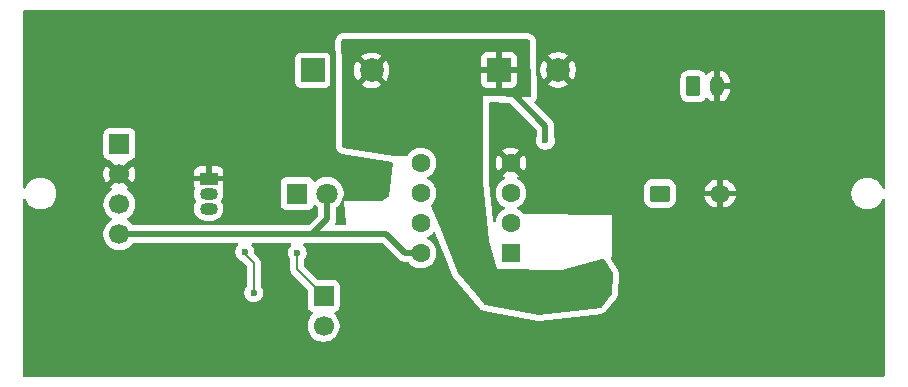
<source format=gbr>
%TF.GenerationSoftware,KiCad,Pcbnew,9.0.1*%
%TF.CreationDate,2025-10-23T13:46:40-06:00*%
%TF.ProjectId,lasertagpcb,6c617365-7274-4616-9770-63622e6b6963,rev?*%
%TF.SameCoordinates,Original*%
%TF.FileFunction,Copper,L2,Bot*%
%TF.FilePolarity,Positive*%
%FSLAX46Y46*%
G04 Gerber Fmt 4.6, Leading zero omitted, Abs format (unit mm)*
G04 Created by KiCad (PCBNEW 9.0.1) date 2025-10-23 13:46:40*
%MOMM*%
%LPD*%
G01*
G04 APERTURE LIST*
G04 Aperture macros list*
%AMRoundRect*
0 Rectangle with rounded corners*
0 $1 Rounding radius*
0 $2 $3 $4 $5 $6 $7 $8 $9 X,Y pos of 4 corners*
0 Add a 4 corners polygon primitive as box body*
4,1,4,$2,$3,$4,$5,$6,$7,$8,$9,$2,$3,0*
0 Add four circle primitives for the rounded corners*
1,1,$1+$1,$2,$3*
1,1,$1+$1,$4,$5*
1,1,$1+$1,$6,$7*
1,1,$1+$1,$8,$9*
0 Add four rect primitives between the rounded corners*
20,1,$1+$1,$2,$3,$4,$5,0*
20,1,$1+$1,$4,$5,$6,$7,0*
20,1,$1+$1,$6,$7,$8,$9,0*
20,1,$1+$1,$8,$9,$2,$3,0*%
G04 Aperture macros list end*
%TA.AperFunction,ComponentPad*%
%ADD10R,1.700000X1.700000*%
%TD*%
%TA.AperFunction,ComponentPad*%
%ADD11C,1.700000*%
%TD*%
%TA.AperFunction,ComponentPad*%
%ADD12R,2.000000X2.000000*%
%TD*%
%TA.AperFunction,ComponentPad*%
%ADD13C,2.000000*%
%TD*%
%TA.AperFunction,ComponentPad*%
%ADD14RoundRect,0.250000X-0.350000X-0.625000X0.350000X-0.625000X0.350000X0.625000X-0.350000X0.625000X0*%
%TD*%
%TA.AperFunction,ComponentPad*%
%ADD15O,1.200000X1.750000*%
%TD*%
%TA.AperFunction,ComponentPad*%
%ADD16R,1.500000X1.050000*%
%TD*%
%TA.AperFunction,ComponentPad*%
%ADD17O,1.500000X1.050000*%
%TD*%
%TA.AperFunction,ComponentPad*%
%ADD18RoundRect,0.250000X0.550000X0.550000X-0.550000X0.550000X-0.550000X-0.550000X0.550000X-0.550000X0*%
%TD*%
%TA.AperFunction,ComponentPad*%
%ADD19C,1.600000*%
%TD*%
%TA.AperFunction,ComponentPad*%
%ADD20R,1.800000X1.800000*%
%TD*%
%TA.AperFunction,ComponentPad*%
%ADD21C,1.800000*%
%TD*%
%TA.AperFunction,ComponentPad*%
%ADD22RoundRect,0.249200X-0.600800X-0.450800X0.600800X-0.450800X0.600800X0.450800X-0.600800X0.450800X0*%
%TD*%
%TA.AperFunction,ComponentPad*%
%ADD23O,1.700000X1.400000*%
%TD*%
%TA.AperFunction,ViaPad*%
%ADD24C,0.600000*%
%TD*%
%TA.AperFunction,Conductor*%
%ADD25C,0.500000*%
%TD*%
%TA.AperFunction,Conductor*%
%ADD26C,0.200000*%
%TD*%
G04 APERTURE END LIST*
D10*
%TO.P,J1,1,Pin_1*%
%TO.N,/Tx*%
X105680000Y-68820000D03*
D11*
%TO.P,J1,2,Pin_2*%
%TO.N,GND*%
X105680000Y-71360000D03*
%TO.P,J1,3,Pin_3*%
%TO.N,/Rx*%
X105680000Y-73900000D03*
%TO.P,J1,4,Pin_4*%
%TO.N,+3V3*%
X105680000Y-76440000D03*
%TD*%
D10*
%TO.P,J2,1,Pin_1*%
%TO.N,Net-(D1-K)*%
X122970000Y-81665000D03*
D11*
%TO.P,J2,2,Pin_2*%
%TO.N,Net-(J2-Pin_2)*%
X122970000Y-84205000D03*
%TD*%
D12*
%TO.P,C7,1*%
%TO.N,/a_gnd*%
X137827349Y-62530000D03*
D13*
%TO.P,C7,2*%
%TO.N,GND*%
X142827349Y-62530000D03*
%TD*%
D14*
%TO.P,J3,1,Pin_1*%
%TO.N,/sigin*%
X154280000Y-63910000D03*
D15*
%TO.P,J3,2,Pin_2*%
%TO.N,GND*%
X156280000Y-63910000D03*
%TD*%
D12*
%TO.P,C5,1*%
%TO.N,+3V3*%
X122037349Y-62570000D03*
D13*
%TO.P,C5,2*%
%TO.N,/a_gnd*%
X127037349Y-62570000D03*
%TD*%
D16*
%TO.P,Q1,1,S*%
%TO.N,GND*%
X113240000Y-71730000D03*
D17*
%TO.P,Q1,2,G*%
%TO.N,Net-(Q1-G)*%
X113240000Y-73000000D03*
%TO.P,Q1,3,D*%
%TO.N,Net-(Q1-D)*%
X113240000Y-74270000D03*
%TD*%
D18*
%TO.P,U1,1*%
%TO.N,Net-(C2-Pad2)*%
X138825000Y-78030000D03*
D19*
%TO.P,U1,2,-*%
%TO.N,Net-(U1A--)*%
X138825000Y-75490000D03*
%TO.P,U1,3,+*%
%TO.N,Net-(U1A-+)*%
X138825000Y-72950000D03*
%TO.P,U1,4,V-*%
%TO.N,GND*%
X138825000Y-70410000D03*
%TO.P,U1,5,+*%
%TO.N,Net-(U1B-+)*%
X131205000Y-70410000D03*
%TO.P,U1,6,-*%
%TO.N,Net-(U1B--)*%
X131205000Y-72950000D03*
%TO.P,U1,7*%
%TO.N,/Rx*%
X131205000Y-75490000D03*
%TO.P,U1,8,V+*%
%TO.N,+3V3*%
X131205000Y-78030000D03*
%TD*%
D20*
%TO.P,D1,1,K*%
%TO.N,Net-(D1-K)*%
X120730000Y-73000000D03*
D21*
%TO.P,D1,2,A*%
%TO.N,+3V3*%
X123270000Y-73000000D03*
%TD*%
D22*
%TO.P,D2,1,K*%
%TO.N,/sigin*%
X151460000Y-73000000D03*
D23*
%TO.P,D2,2,A*%
%TO.N,GND*%
X156540000Y-73000000D03*
%TD*%
D24*
%TO.N,GND*%
X115940000Y-66760000D03*
X113650000Y-64150000D03*
X149110000Y-63610000D03*
X114610000Y-75300000D03*
%TO.N,Net-(D1-K)*%
X120730000Y-78000000D03*
%TO.N,GND*%
X126930000Y-81490000D03*
X145340000Y-69910000D03*
X120680000Y-69890000D03*
X142240000Y-87900000D03*
X133030000Y-79950000D03*
X161250000Y-58030000D03*
X98171421Y-87900000D03*
X98171421Y-58030000D03*
X169800000Y-80670000D03*
X127250000Y-70940000D03*
X115500000Y-87900000D03*
X137460000Y-68770000D03*
X141850000Y-84140000D03*
X113430000Y-80540000D03*
X108900000Y-64110000D03*
X109490000Y-70490000D03*
X137440000Y-71580000D03*
X114680000Y-77790000D03*
X141320000Y-58030000D03*
X119400000Y-77880000D03*
X125170000Y-87900000D03*
X142780000Y-60730000D03*
X144920000Y-74280000D03*
X110110000Y-74910000D03*
X159540000Y-82810000D03*
X156290000Y-65990000D03*
X98171421Y-65440000D03*
X162170000Y-87900000D03*
X169800000Y-87900000D03*
X117730000Y-77880000D03*
X124250000Y-58030000D03*
X131260000Y-84160000D03*
X98171421Y-80340000D03*
X137510000Y-74250000D03*
X113410000Y-83150000D03*
X111590000Y-77820000D03*
X152500000Y-87900000D03*
X165020000Y-61650000D03*
X148280000Y-82650000D03*
X151580000Y-58030000D03*
X148110000Y-74370000D03*
X122420000Y-77770000D03*
X146760000Y-71670000D03*
X164310000Y-77550000D03*
X148250000Y-68160000D03*
X118190000Y-73060000D03*
X140300000Y-69090000D03*
X111500000Y-66180000D03*
X154530000Y-80630000D03*
X122670000Y-60490000D03*
X102900000Y-83340000D03*
X161110000Y-72990000D03*
X113290000Y-69930000D03*
X115640000Y-71810000D03*
X140280000Y-74130000D03*
X133430000Y-87900000D03*
X107800000Y-72720000D03*
X169800000Y-58030000D03*
X104320000Y-58030000D03*
X140190000Y-71540000D03*
X125490000Y-71620000D03*
X101920000Y-61580000D03*
X137440000Y-65830000D03*
X164480000Y-67352122D03*
X114580000Y-58030000D03*
X122210000Y-65130000D03*
X148120000Y-78710000D03*
X169800000Y-65770000D03*
X159340000Y-63830000D03*
X139590000Y-67140000D03*
X105240000Y-87900000D03*
X142600000Y-74270000D03*
X119120000Y-81710000D03*
X109220000Y-83060000D03*
X127180000Y-72890000D03*
X136630000Y-83550000D03*
X102710000Y-74440000D03*
X103460000Y-70300000D03*
X145040000Y-71600000D03*
X128800000Y-78700000D03*
X142760000Y-64950000D03*
X156510000Y-75060000D03*
X131750000Y-58220000D03*
%TO.N,Net-(Q1-D)*%
X116300000Y-77940000D03*
X117050000Y-81400000D03*
%TO.N,/a_gnd*%
X133360000Y-64120000D03*
X141750000Y-68500000D03*
X145040000Y-81840000D03*
X129120000Y-68270000D03*
X133380000Y-63390000D03*
X127420000Y-67650000D03*
X146530000Y-79580000D03*
%TD*%
D25*
%TO.N,+3V3*%
X121890000Y-76440000D02*
X121990000Y-76440000D01*
X121990000Y-76440000D02*
X123270000Y-75160000D01*
X123270000Y-75160000D02*
X123270000Y-73000000D01*
%TO.N,/a_gnd*%
X138390000Y-64420000D02*
X138890000Y-64420000D01*
X138890000Y-64420000D02*
X141750000Y-67280000D01*
X141750000Y-67280000D02*
X141750000Y-68500000D01*
D26*
%TO.N,Net-(D1-K)*%
X122970000Y-81665000D02*
X120730000Y-79425000D01*
X120730000Y-79425000D02*
X120730000Y-78000000D01*
D25*
%TO.N,+3V3*%
X129880000Y-78030000D02*
X131205000Y-78030000D01*
X121890000Y-76440000D02*
X128290000Y-76440000D01*
X105680000Y-76440000D02*
X121890000Y-76440000D01*
X128290000Y-76440000D02*
X129880000Y-78030000D01*
D26*
%TO.N,Net-(Q1-D)*%
X117050000Y-78890000D02*
X117060000Y-78880000D01*
X117050000Y-81400000D02*
X117050000Y-78890000D01*
X116300000Y-78120000D02*
X116300000Y-77940000D01*
X117060000Y-78880000D02*
X116300000Y-78120000D01*
%TD*%
%TA.AperFunction,Conductor*%
%TO.N,GND*%
G36*
X170442539Y-57520185D02*
G01*
X170488294Y-57572989D01*
X170499500Y-57624500D01*
X170499500Y-72461773D01*
X170479815Y-72528812D01*
X170427011Y-72574567D01*
X170357853Y-72584511D01*
X170294297Y-72555486D01*
X170257570Y-72500094D01*
X170251557Y-72481588D01*
X170155051Y-72292184D01*
X170155049Y-72292181D01*
X170155048Y-72292179D01*
X170030109Y-72120213D01*
X169879786Y-71969890D01*
X169707820Y-71844951D01*
X169518414Y-71748444D01*
X169518413Y-71748443D01*
X169518412Y-71748443D01*
X169316243Y-71682754D01*
X169316241Y-71682753D01*
X169316240Y-71682753D01*
X169148601Y-71656202D01*
X169106287Y-71649500D01*
X168893713Y-71649500D01*
X168851399Y-71656202D01*
X168683760Y-71682753D01*
X168481585Y-71748444D01*
X168292179Y-71844951D01*
X168120213Y-71969890D01*
X167969890Y-72120213D01*
X167844951Y-72292179D01*
X167748444Y-72481585D01*
X167682753Y-72683760D01*
X167649500Y-72893713D01*
X167649500Y-73106286D01*
X167680408Y-73301436D01*
X167682754Y-73316243D01*
X167739462Y-73490772D01*
X167748444Y-73518414D01*
X167844951Y-73707820D01*
X167969890Y-73879786D01*
X168120213Y-74030109D01*
X168292179Y-74155048D01*
X168292181Y-74155049D01*
X168292184Y-74155051D01*
X168481588Y-74251557D01*
X168683757Y-74317246D01*
X168893713Y-74350500D01*
X168893714Y-74350500D01*
X169106286Y-74350500D01*
X169106287Y-74350500D01*
X169316243Y-74317246D01*
X169518412Y-74251557D01*
X169707816Y-74155051D01*
X169766954Y-74112085D01*
X169879786Y-74030109D01*
X169879788Y-74030106D01*
X169879792Y-74030104D01*
X170030104Y-73879792D01*
X170030106Y-73879788D01*
X170030109Y-73879786D01*
X170149135Y-73715959D01*
X170155051Y-73707816D01*
X170251557Y-73518412D01*
X170257569Y-73499907D01*
X170297006Y-73442232D01*
X170361365Y-73415034D01*
X170430211Y-73426949D01*
X170481687Y-73474193D01*
X170499500Y-73538226D01*
X170499500Y-88375500D01*
X170479815Y-88442539D01*
X170427011Y-88488294D01*
X170375500Y-88499500D01*
X97624500Y-88499500D01*
X97557461Y-88479815D01*
X97511706Y-88427011D01*
X97500500Y-88375500D01*
X97500500Y-73538226D01*
X97520185Y-73471187D01*
X97572989Y-73425432D01*
X97642147Y-73415488D01*
X97705703Y-73444513D01*
X97742431Y-73499908D01*
X97748444Y-73518414D01*
X97844951Y-73707820D01*
X97969890Y-73879786D01*
X98120213Y-74030109D01*
X98292179Y-74155048D01*
X98292181Y-74155049D01*
X98292184Y-74155051D01*
X98481588Y-74251557D01*
X98683757Y-74317246D01*
X98893713Y-74350500D01*
X98893714Y-74350500D01*
X99106286Y-74350500D01*
X99106287Y-74350500D01*
X99316243Y-74317246D01*
X99518412Y-74251557D01*
X99707816Y-74155051D01*
X99766954Y-74112085D01*
X99879786Y-74030109D01*
X99879788Y-74030106D01*
X99879792Y-74030104D01*
X100030104Y-73879792D01*
X100136011Y-73734023D01*
X100149135Y-73715959D01*
X100149136Y-73715958D01*
X100150724Y-73713771D01*
X100155051Y-73707816D01*
X100251557Y-73518412D01*
X100317246Y-73316243D01*
X100350500Y-73106287D01*
X100350500Y-72893713D01*
X100317246Y-72683757D01*
X100251557Y-72481588D01*
X100155051Y-72292184D01*
X100155049Y-72292181D01*
X100155048Y-72292179D01*
X100030109Y-72120213D01*
X99879786Y-71969890D01*
X99707820Y-71844951D01*
X99518414Y-71748444D01*
X99518413Y-71748443D01*
X99518412Y-71748443D01*
X99316243Y-71682754D01*
X99316241Y-71682753D01*
X99316240Y-71682753D01*
X99148601Y-71656202D01*
X99106287Y-71649500D01*
X98893713Y-71649500D01*
X98851399Y-71656202D01*
X98683760Y-71682753D01*
X98481585Y-71748444D01*
X98292179Y-71844951D01*
X98120213Y-71969890D01*
X97969890Y-72120213D01*
X97844951Y-72292179D01*
X97748445Y-72481582D01*
X97748443Y-72481587D01*
X97748443Y-72481588D01*
X97742429Y-72500094D01*
X97702992Y-72557768D01*
X97638633Y-72584965D01*
X97569787Y-72573050D01*
X97518312Y-72525805D01*
X97500500Y-72461773D01*
X97500500Y-67922135D01*
X104329500Y-67922135D01*
X104329500Y-69717870D01*
X104329501Y-69717876D01*
X104335908Y-69777483D01*
X104386202Y-69912328D01*
X104386206Y-69912335D01*
X104472452Y-70027544D01*
X104472455Y-70027547D01*
X104587664Y-70113793D01*
X104587671Y-70113797D01*
X104632618Y-70130561D01*
X104722517Y-70164091D01*
X104782127Y-70170500D01*
X104792685Y-70170499D01*
X104859723Y-70190179D01*
X104880372Y-70206818D01*
X105550591Y-70877037D01*
X105487007Y-70894075D01*
X105372993Y-70959901D01*
X105279901Y-71052993D01*
X105214075Y-71167007D01*
X105197037Y-71230591D01*
X104564728Y-70598282D01*
X104564727Y-70598282D01*
X104525380Y-70652439D01*
X104428904Y-70841782D01*
X104363242Y-71043869D01*
X104363242Y-71043872D01*
X104330000Y-71253753D01*
X104330000Y-71466246D01*
X104363242Y-71676127D01*
X104363242Y-71676130D01*
X104428904Y-71878217D01*
X104525375Y-72067550D01*
X104564728Y-72121716D01*
X105197037Y-71489408D01*
X105214075Y-71552993D01*
X105279901Y-71667007D01*
X105372993Y-71760099D01*
X105487007Y-71825925D01*
X105550590Y-71842962D01*
X104918282Y-72475269D01*
X104918282Y-72475270D01*
X104972452Y-72514626D01*
X104972451Y-72514626D01*
X104981495Y-72519234D01*
X105032292Y-72567208D01*
X105049087Y-72635029D01*
X105026550Y-72701164D01*
X104981499Y-72740202D01*
X104972182Y-72744949D01*
X104800213Y-72869890D01*
X104649890Y-73020213D01*
X104524951Y-73192179D01*
X104428444Y-73381585D01*
X104362753Y-73583760D01*
X104343104Y-73707820D01*
X104329500Y-73793713D01*
X104329500Y-74006287D01*
X104330803Y-74014514D01*
X104361850Y-74210540D01*
X104362754Y-74216243D01*
X104422622Y-74400498D01*
X104428444Y-74418414D01*
X104524951Y-74607820D01*
X104649890Y-74779786D01*
X104800213Y-74930109D01*
X104972182Y-75055050D01*
X104980946Y-75059516D01*
X105031742Y-75107491D01*
X105048536Y-75175312D01*
X105025998Y-75241447D01*
X104980946Y-75280484D01*
X104972182Y-75284949D01*
X104800213Y-75409890D01*
X104649890Y-75560213D01*
X104524951Y-75732179D01*
X104428444Y-75921585D01*
X104362753Y-76123760D01*
X104329500Y-76333713D01*
X104329500Y-76546286D01*
X104360181Y-76740001D01*
X104362754Y-76756243D01*
X104411315Y-76905699D01*
X104428444Y-76958414D01*
X104524951Y-77147820D01*
X104649890Y-77319786D01*
X104800213Y-77470109D01*
X104972179Y-77595048D01*
X104972181Y-77595049D01*
X104972184Y-77595051D01*
X105161588Y-77691557D01*
X105363757Y-77757246D01*
X105573713Y-77790500D01*
X105573714Y-77790500D01*
X105786286Y-77790500D01*
X105786287Y-77790500D01*
X105996243Y-77757246D01*
X106198412Y-77691557D01*
X106387816Y-77595051D01*
X106476284Y-77530776D01*
X106559786Y-77470109D01*
X106559788Y-77470106D01*
X106559792Y-77470104D01*
X106710104Y-77319792D01*
X106731309Y-77290606D01*
X106766903Y-77241615D01*
X106822233Y-77198949D01*
X106867221Y-77190500D01*
X115618059Y-77190500D01*
X115685098Y-77210185D01*
X115730853Y-77262989D01*
X115740797Y-77332147D01*
X115711772Y-77395703D01*
X115705740Y-77402181D01*
X115678213Y-77429707D01*
X115678210Y-77429711D01*
X115590609Y-77560814D01*
X115590602Y-77560827D01*
X115530264Y-77706498D01*
X115530261Y-77706510D01*
X115499500Y-77861153D01*
X115499500Y-78018846D01*
X115530261Y-78173489D01*
X115530264Y-78173501D01*
X115590602Y-78319172D01*
X115590609Y-78319185D01*
X115678210Y-78450288D01*
X115678213Y-78450292D01*
X115789710Y-78561789D01*
X115920815Y-78649390D01*
X115920821Y-78649394D01*
X115920823Y-78649395D01*
X115920827Y-78649397D01*
X115999328Y-78681912D01*
X116039557Y-78708792D01*
X116413181Y-79082416D01*
X116446666Y-79143739D01*
X116449500Y-79170097D01*
X116449500Y-80820234D01*
X116429815Y-80887273D01*
X116428602Y-80889125D01*
X116340609Y-81020814D01*
X116340602Y-81020827D01*
X116280264Y-81166498D01*
X116280261Y-81166510D01*
X116249500Y-81321153D01*
X116249500Y-81478846D01*
X116280261Y-81633489D01*
X116280264Y-81633501D01*
X116340602Y-81779172D01*
X116340609Y-81779185D01*
X116428210Y-81910288D01*
X116428213Y-81910292D01*
X116539707Y-82021786D01*
X116539711Y-82021789D01*
X116670814Y-82109390D01*
X116670827Y-82109397D01*
X116816498Y-82169735D01*
X116816503Y-82169737D01*
X116971153Y-82200499D01*
X116971156Y-82200500D01*
X116971158Y-82200500D01*
X117128844Y-82200500D01*
X117128845Y-82200499D01*
X117283497Y-82169737D01*
X117429179Y-82109394D01*
X117560289Y-82021789D01*
X117671789Y-81910289D01*
X117759394Y-81779179D01*
X117819737Y-81633497D01*
X117850500Y-81478842D01*
X117850500Y-81321158D01*
X117850500Y-81321155D01*
X117850499Y-81321153D01*
X117819738Y-81166510D01*
X117819737Y-81166503D01*
X117819735Y-81166498D01*
X117759397Y-81020827D01*
X117759390Y-81020814D01*
X117671398Y-80889125D01*
X117650520Y-80822447D01*
X117650500Y-80820234D01*
X117650500Y-79012702D01*
X117650533Y-79009843D01*
X117650875Y-78994974D01*
X117660500Y-78959057D01*
X117660500Y-78800943D01*
X117660381Y-78800500D01*
X117619577Y-78648215D01*
X117540519Y-78511284D01*
X117136819Y-78107584D01*
X117103334Y-78046261D01*
X117100500Y-78019903D01*
X117100500Y-77861155D01*
X117100499Y-77861153D01*
X117073509Y-77725466D01*
X117069737Y-77706503D01*
X117034244Y-77620814D01*
X117009397Y-77560827D01*
X117009390Y-77560814D01*
X116921789Y-77429711D01*
X116921786Y-77429707D01*
X116894260Y-77402181D01*
X116860775Y-77340858D01*
X116865759Y-77271166D01*
X116907631Y-77215233D01*
X116973095Y-77190816D01*
X116981941Y-77190500D01*
X120108059Y-77190500D01*
X120175098Y-77210185D01*
X120220853Y-77262989D01*
X120230797Y-77332147D01*
X120201772Y-77395703D01*
X120195740Y-77402181D01*
X120108213Y-77489707D01*
X120108210Y-77489711D01*
X120020609Y-77620814D01*
X120020602Y-77620827D01*
X119960264Y-77766498D01*
X119960261Y-77766510D01*
X119929500Y-77921153D01*
X119929500Y-78078846D01*
X119960261Y-78233489D01*
X119960264Y-78233501D01*
X120020602Y-78379172D01*
X120020609Y-78379185D01*
X120108602Y-78510874D01*
X120129480Y-78577551D01*
X120129500Y-78579765D01*
X120129500Y-79338330D01*
X120129499Y-79338348D01*
X120129499Y-79504054D01*
X120129498Y-79504054D01*
X120170423Y-79656785D01*
X120171598Y-79658819D01*
X120171605Y-79658846D01*
X120171611Y-79658843D01*
X120249475Y-79793709D01*
X120249481Y-79793717D01*
X120368349Y-79912585D01*
X120368355Y-79912590D01*
X121583181Y-81127416D01*
X121616666Y-81188739D01*
X121619500Y-81215097D01*
X121619500Y-82562870D01*
X121619501Y-82562876D01*
X121625908Y-82622483D01*
X121676202Y-82757328D01*
X121676206Y-82757335D01*
X121762452Y-82872544D01*
X121762455Y-82872547D01*
X121877664Y-82958793D01*
X121877671Y-82958797D01*
X122009082Y-83007810D01*
X122065016Y-83049681D01*
X122089433Y-83115145D01*
X122074582Y-83183418D01*
X122053431Y-83211673D01*
X121939889Y-83325215D01*
X121814951Y-83497179D01*
X121718444Y-83686585D01*
X121652753Y-83888760D01*
X121619500Y-84098713D01*
X121619500Y-84311286D01*
X121652753Y-84521239D01*
X121718444Y-84723414D01*
X121814951Y-84912820D01*
X121939890Y-85084786D01*
X122090213Y-85235109D01*
X122262179Y-85360048D01*
X122262181Y-85360049D01*
X122262184Y-85360051D01*
X122451588Y-85456557D01*
X122653757Y-85522246D01*
X122863713Y-85555500D01*
X122863714Y-85555500D01*
X123076286Y-85555500D01*
X123076287Y-85555500D01*
X123286243Y-85522246D01*
X123488412Y-85456557D01*
X123677816Y-85360051D01*
X123699789Y-85344086D01*
X123849786Y-85235109D01*
X123849788Y-85235106D01*
X123849792Y-85235104D01*
X124000104Y-85084792D01*
X124000106Y-85084788D01*
X124000109Y-85084786D01*
X124125048Y-84912820D01*
X124125047Y-84912820D01*
X124125051Y-84912816D01*
X124221557Y-84723412D01*
X124287246Y-84521243D01*
X124320500Y-84311287D01*
X124320500Y-84098713D01*
X124287246Y-83888757D01*
X124221557Y-83686588D01*
X124125051Y-83497184D01*
X124125049Y-83497181D01*
X124125048Y-83497179D01*
X124000109Y-83325213D01*
X123886569Y-83211673D01*
X123853084Y-83150350D01*
X123858068Y-83080658D01*
X123899940Y-83024725D01*
X123930915Y-83007810D01*
X124062331Y-82958796D01*
X124177546Y-82872546D01*
X124263796Y-82757331D01*
X124314091Y-82622483D01*
X124320500Y-82562873D01*
X124320499Y-80767128D01*
X124314091Y-80707517D01*
X124263796Y-80572669D01*
X124263795Y-80572668D01*
X124263793Y-80572664D01*
X124177547Y-80457455D01*
X124177544Y-80457452D01*
X124062335Y-80371206D01*
X124062328Y-80371202D01*
X123927482Y-80320908D01*
X123927483Y-80320908D01*
X123867883Y-80314501D01*
X123867881Y-80314500D01*
X123867873Y-80314500D01*
X123867865Y-80314500D01*
X122520097Y-80314500D01*
X122453058Y-80294815D01*
X122432416Y-80278181D01*
X121366819Y-79212584D01*
X121333334Y-79151261D01*
X121330500Y-79124903D01*
X121330500Y-78579765D01*
X121350185Y-78512726D01*
X121351398Y-78510874D01*
X121439390Y-78379185D01*
X121439390Y-78379184D01*
X121439394Y-78379179D01*
X121499737Y-78233497D01*
X121530500Y-78078842D01*
X121530500Y-77921158D01*
X121530500Y-77921155D01*
X121530499Y-77921153D01*
X121518565Y-77861158D01*
X121499737Y-77766503D01*
X121482739Y-77725465D01*
X121439397Y-77620827D01*
X121439390Y-77620814D01*
X121351789Y-77489711D01*
X121351786Y-77489707D01*
X121264260Y-77402181D01*
X121230775Y-77340858D01*
X121235759Y-77271166D01*
X121277631Y-77215233D01*
X121343095Y-77190816D01*
X121351941Y-77190500D01*
X121816082Y-77190500D01*
X121916083Y-77190500D01*
X122063917Y-77190500D01*
X127927770Y-77190500D01*
X127994809Y-77210185D01*
X128015451Y-77226819D01*
X129401579Y-78612947D01*
X129401582Y-78612949D01*
X129401585Y-78612952D01*
X129427113Y-78630009D01*
X129427114Y-78630010D01*
X129524508Y-78695086D01*
X129574665Y-78715861D01*
X129581080Y-78718518D01*
X129661088Y-78751659D01*
X129777241Y-78774763D01*
X129800380Y-78779365D01*
X129806081Y-78780500D01*
X129806082Y-78780500D01*
X129806083Y-78780500D01*
X129953918Y-78780500D01*
X130079582Y-78780500D01*
X130146621Y-78800185D01*
X130179900Y-78831615D01*
X130213028Y-78877212D01*
X130213032Y-78877217D01*
X130357786Y-79021971D01*
X130490973Y-79118735D01*
X130523390Y-79142287D01*
X130639607Y-79201503D01*
X130705776Y-79235218D01*
X130705778Y-79235218D01*
X130705781Y-79235220D01*
X130810137Y-79269127D01*
X130900465Y-79298477D01*
X131001557Y-79314488D01*
X131102648Y-79330500D01*
X131102649Y-79330500D01*
X131307351Y-79330500D01*
X131307352Y-79330500D01*
X131509534Y-79298477D01*
X131704219Y-79235220D01*
X131886610Y-79142287D01*
X131979590Y-79074732D01*
X132052213Y-79021971D01*
X132052215Y-79021968D01*
X132052219Y-79021966D01*
X132196966Y-78877219D01*
X132196968Y-78877215D01*
X132196971Y-78877213D01*
X132271404Y-78774763D01*
X132317287Y-78711610D01*
X132410220Y-78529219D01*
X132473477Y-78334534D01*
X132505500Y-78132352D01*
X132505500Y-77927648D01*
X132473477Y-77725466D01*
X132410220Y-77530781D01*
X132410218Y-77530778D01*
X132410218Y-77530776D01*
X132358720Y-77429707D01*
X132317287Y-77348390D01*
X132275305Y-77290606D01*
X132196971Y-77182786D01*
X132052213Y-77038028D01*
X131886614Y-76917715D01*
X131863031Y-76905699D01*
X131793917Y-76870483D01*
X131743123Y-76822511D01*
X131726328Y-76754690D01*
X131748865Y-76688555D01*
X131793917Y-76649516D01*
X131886610Y-76602287D01*
X131963688Y-76546287D01*
X132052213Y-76481971D01*
X132052215Y-76481968D01*
X132052219Y-76481966D01*
X132196966Y-76337219D01*
X132217270Y-76309271D01*
X132272597Y-76266605D01*
X132342210Y-76260623D01*
X132404007Y-76293226D01*
X132432618Y-76335844D01*
X133255262Y-78379185D01*
X133863853Y-79890847D01*
X133898545Y-79960851D01*
X133898548Y-79960856D01*
X133898551Y-79960862D01*
X133918106Y-79993674D01*
X133963177Y-80057504D01*
X133963183Y-80057512D01*
X136152517Y-82698457D01*
X136171887Y-82720488D01*
X136171906Y-82720508D01*
X136181729Y-82731046D01*
X136202372Y-82751940D01*
X136202375Y-82751942D01*
X136202376Y-82751943D01*
X136319503Y-82835488D01*
X136319505Y-82835489D01*
X136319508Y-82835491D01*
X136381585Y-82867556D01*
X136381587Y-82867557D01*
X136517517Y-82914723D01*
X141104561Y-83802538D01*
X141183790Y-83811468D01*
X141183800Y-83811468D01*
X141183807Y-83811469D01*
X141222749Y-83812766D01*
X141222753Y-83812765D01*
X141222762Y-83812766D01*
X141302406Y-83809128D01*
X146503017Y-83157818D01*
X146552287Y-83149152D01*
X146576188Y-83143717D01*
X146624355Y-83130227D01*
X146752933Y-83065658D01*
X146752935Y-83065656D01*
X146752938Y-83065655D01*
X146775881Y-83049681D01*
X146810274Y-83025736D01*
X146915452Y-82927560D01*
X147719472Y-81927209D01*
X147725835Y-81919124D01*
X147728915Y-81915128D01*
X147735107Y-81906924D01*
X147803268Y-81780213D01*
X147824871Y-81721162D01*
X147825447Y-81719829D01*
X147827274Y-81714597D01*
X147827275Y-81714595D01*
X147856976Y-81573814D01*
X147971769Y-79813660D01*
X147972574Y-79797193D01*
X147972837Y-79789106D01*
X147973104Y-79772604D01*
X147952608Y-79630192D01*
X147932914Y-79563155D01*
X147932913Y-79563152D01*
X147932911Y-79563147D01*
X147873126Y-79432285D01*
X147873125Y-79432283D01*
X147593896Y-78997927D01*
X147293762Y-78531052D01*
X147274069Y-78464017D01*
X147293744Y-78396975D01*
X147316437Y-78377305D01*
X147313972Y-78374749D01*
X147349999Y-78340000D01*
X147350000Y-78340000D01*
X147410000Y-76680000D01*
X147404459Y-75638385D01*
X147400000Y-74799999D01*
X139950784Y-74741344D01*
X139883901Y-74721132D01*
X139851441Y-74690232D01*
X139816969Y-74642784D01*
X139672213Y-74498028D01*
X139506614Y-74377715D01*
X139493441Y-74371003D01*
X139413917Y-74330483D01*
X139363123Y-74282511D01*
X139346328Y-74214690D01*
X139368865Y-74148555D01*
X139413917Y-74109516D01*
X139506610Y-74062287D01*
X139550900Y-74030109D01*
X139672213Y-73941971D01*
X139672215Y-73941968D01*
X139672219Y-73941966D01*
X139816966Y-73797219D01*
X139816968Y-73797215D01*
X139816971Y-73797213D01*
X139876005Y-73715958D01*
X139937287Y-73631610D01*
X140030220Y-73449219D01*
X140093477Y-73254534D01*
X140125500Y-73052352D01*
X140125500Y-72847648D01*
X140093477Y-72645466D01*
X140093476Y-72645462D01*
X140093476Y-72645461D01*
X140057391Y-72534403D01*
X140045964Y-72499234D01*
X150109500Y-72499234D01*
X150109500Y-73500765D01*
X150119990Y-73603435D01*
X150175114Y-73769791D01*
X150175119Y-73769802D01*
X150267117Y-73918952D01*
X150267120Y-73918956D01*
X150391043Y-74042879D01*
X150391047Y-74042882D01*
X150540197Y-74134880D01*
X150540200Y-74134881D01*
X150540206Y-74134885D01*
X150706565Y-74190010D01*
X150809242Y-74200500D01*
X150809247Y-74200500D01*
X152110753Y-74200500D01*
X152110758Y-74200500D01*
X152213435Y-74190010D01*
X152379794Y-74134885D01*
X152528956Y-74042880D01*
X152652880Y-73918956D01*
X152744885Y-73769794D01*
X152800010Y-73603435D01*
X152810500Y-73500758D01*
X152810500Y-73250000D01*
X155214638Y-73250000D01*
X155219548Y-73281002D01*
X155277914Y-73460637D01*
X155363670Y-73628940D01*
X155474685Y-73781741D01*
X155474689Y-73781746D01*
X155608253Y-73915310D01*
X155608258Y-73915314D01*
X155761059Y-74026329D01*
X155929362Y-74112085D01*
X156108996Y-74170451D01*
X156290000Y-74199119D01*
X156290000Y-74199118D01*
X156790000Y-74199118D01*
X156971001Y-74170451D01*
X156971004Y-74170451D01*
X157150637Y-74112085D01*
X157318940Y-74026329D01*
X157471741Y-73915314D01*
X157471746Y-73915310D01*
X157605310Y-73781746D01*
X157605314Y-73781741D01*
X157716329Y-73628940D01*
X157802085Y-73460637D01*
X157860451Y-73281002D01*
X157865362Y-73250000D01*
X156790000Y-73250000D01*
X156790000Y-74199118D01*
X156290000Y-74199118D01*
X156290000Y-73250000D01*
X155214638Y-73250000D01*
X152810500Y-73250000D01*
X152810500Y-72953922D01*
X156190000Y-72953922D01*
X156190000Y-73046078D01*
X156213852Y-73135095D01*
X156259930Y-73214905D01*
X156325095Y-73280070D01*
X156404905Y-73326148D01*
X156493922Y-73350000D01*
X156586078Y-73350000D01*
X156675095Y-73326148D01*
X156754905Y-73280070D01*
X156820070Y-73214905D01*
X156866148Y-73135095D01*
X156890000Y-73046078D01*
X156890000Y-72953922D01*
X156866148Y-72864905D01*
X156820070Y-72785095D01*
X156784975Y-72750000D01*
X156790000Y-72750000D01*
X157865362Y-72750000D01*
X157860451Y-72718997D01*
X157802085Y-72539362D01*
X157716329Y-72371059D01*
X157605314Y-72218258D01*
X157605310Y-72218253D01*
X157471746Y-72084689D01*
X157471741Y-72084685D01*
X157318940Y-71973670D01*
X157150637Y-71887914D01*
X156971003Y-71829548D01*
X156790000Y-71800879D01*
X156790000Y-72750000D01*
X156784975Y-72750000D01*
X156754905Y-72719930D01*
X156675095Y-72673852D01*
X156586078Y-72650000D01*
X156493922Y-72650000D01*
X156404905Y-72673852D01*
X156325095Y-72719930D01*
X156259930Y-72785095D01*
X156213852Y-72864905D01*
X156190000Y-72953922D01*
X152810500Y-72953922D01*
X152810500Y-72750000D01*
X155214638Y-72750000D01*
X156290000Y-72750000D01*
X156290000Y-71800879D01*
X156108997Y-71829548D01*
X156108994Y-71829548D01*
X155929362Y-71887914D01*
X155761059Y-71973670D01*
X155608258Y-72084685D01*
X155608253Y-72084689D01*
X155474689Y-72218253D01*
X155474685Y-72218258D01*
X155363670Y-72371059D01*
X155277914Y-72539362D01*
X155219548Y-72718997D01*
X155214638Y-72750000D01*
X152810500Y-72750000D01*
X152810500Y-72499242D01*
X152800010Y-72396565D01*
X152744885Y-72230206D01*
X152744881Y-72230200D01*
X152744880Y-72230197D01*
X152652882Y-72081047D01*
X152652879Y-72081043D01*
X152528956Y-71957120D01*
X152528952Y-71957117D01*
X152379802Y-71865119D01*
X152379796Y-71865116D01*
X152379794Y-71865115D01*
X152213435Y-71809990D01*
X152110765Y-71799500D01*
X152110758Y-71799500D01*
X150809242Y-71799500D01*
X150809234Y-71799500D01*
X150706564Y-71809990D01*
X150540208Y-71865114D01*
X150540197Y-71865119D01*
X150391047Y-71957117D01*
X150391043Y-71957120D01*
X150267120Y-72081043D01*
X150267117Y-72081047D01*
X150175119Y-72230197D01*
X150175114Y-72230208D01*
X150119990Y-72396564D01*
X150109500Y-72499234D01*
X140045964Y-72499234D01*
X140033993Y-72462393D01*
X140030220Y-72450781D01*
X140030218Y-72450778D01*
X140030218Y-72450776D01*
X139996503Y-72384607D01*
X139937287Y-72268390D01*
X139929556Y-72257749D01*
X139816971Y-72102786D01*
X139672213Y-71958028D01*
X139506611Y-71837713D01*
X139413369Y-71790203D01*
X139362574Y-71742229D01*
X139345779Y-71674407D01*
X139368317Y-71608273D01*
X139413371Y-71569234D01*
X139506346Y-71521861D01*
X139506347Y-71521861D01*
X139550921Y-71489474D01*
X138871447Y-70810000D01*
X138877661Y-70810000D01*
X138979394Y-70782741D01*
X139070606Y-70730080D01*
X139145080Y-70655606D01*
X139197741Y-70564394D01*
X139225000Y-70462661D01*
X139225000Y-70456447D01*
X139904474Y-71135921D01*
X139936859Y-71091349D01*
X140029755Y-70909031D01*
X140092990Y-70714417D01*
X140125000Y-70512317D01*
X140125000Y-70307682D01*
X140092990Y-70105582D01*
X140029755Y-69910968D01*
X139936859Y-69728650D01*
X139904474Y-69684077D01*
X139904474Y-69684076D01*
X139225000Y-70363551D01*
X139225000Y-70357339D01*
X139197741Y-70255606D01*
X139145080Y-70164394D01*
X139070606Y-70089920D01*
X138979394Y-70037259D01*
X138877661Y-70010000D01*
X138871446Y-70010000D01*
X139550922Y-69330524D01*
X139550921Y-69330523D01*
X139506359Y-69298147D01*
X139506350Y-69298141D01*
X139324031Y-69205244D01*
X139129417Y-69142009D01*
X138927317Y-69110000D01*
X138722683Y-69110000D01*
X138520582Y-69142009D01*
X138325968Y-69205244D01*
X138143644Y-69298143D01*
X138099077Y-69330523D01*
X138099077Y-69330524D01*
X138778554Y-70010000D01*
X138772339Y-70010000D01*
X138670606Y-70037259D01*
X138579394Y-70089920D01*
X138504920Y-70164394D01*
X138452259Y-70255606D01*
X138425000Y-70357339D01*
X138425000Y-70363553D01*
X137745524Y-69684077D01*
X137745523Y-69684077D01*
X137713143Y-69728644D01*
X137620244Y-69910968D01*
X137557009Y-70105582D01*
X137525000Y-70307682D01*
X137525000Y-70512317D01*
X137557009Y-70714417D01*
X137620244Y-70909031D01*
X137713141Y-71091350D01*
X137713147Y-71091359D01*
X137745523Y-71135921D01*
X137745524Y-71135922D01*
X138425000Y-70456446D01*
X138425000Y-70462661D01*
X138452259Y-70564394D01*
X138504920Y-70655606D01*
X138579394Y-70730080D01*
X138670606Y-70782741D01*
X138772339Y-70810000D01*
X138778553Y-70810000D01*
X138099076Y-71489474D01*
X138143652Y-71521861D01*
X138236628Y-71569234D01*
X138287425Y-71617208D01*
X138304220Y-71685029D01*
X138281683Y-71751164D01*
X138236630Y-71790203D01*
X138143388Y-71837713D01*
X137977786Y-71958028D01*
X137833028Y-72102786D01*
X137712715Y-72268386D01*
X137619781Y-72450776D01*
X137556522Y-72645465D01*
X137524500Y-72847648D01*
X137524500Y-73052351D01*
X137556522Y-73254534D01*
X137619781Y-73449223D01*
X137683691Y-73574653D01*
X137701978Y-73610542D01*
X137712715Y-73631613D01*
X137833028Y-73797213D01*
X137977786Y-73941971D01*
X138099100Y-74030109D01*
X138143390Y-74062287D01*
X138234840Y-74108883D01*
X138236080Y-74109515D01*
X138286876Y-74157490D01*
X138303671Y-74225311D01*
X138281134Y-74291446D01*
X138236080Y-74330485D01*
X138143386Y-74377715D01*
X137977786Y-74498028D01*
X137833028Y-74642786D01*
X137712715Y-74808386D01*
X137619781Y-74990776D01*
X137556522Y-75185465D01*
X137533914Y-75328211D01*
X137503985Y-75391346D01*
X137444673Y-75428277D01*
X137374811Y-75427279D01*
X137316578Y-75388669D01*
X137288464Y-75324705D01*
X137287998Y-75320558D01*
X137284610Y-75284949D01*
X136975974Y-72040993D01*
X136975418Y-72029594D01*
X136975375Y-72013909D01*
X136957261Y-65402334D01*
X136976762Y-65335243D01*
X137029441Y-65289343D01*
X137083688Y-65278020D01*
X138668779Y-65309100D01*
X138735418Y-65330095D01*
X138754027Y-65345395D01*
X140963181Y-67554549D01*
X140996666Y-67615872D01*
X140999500Y-67642230D01*
X140999500Y-68195396D01*
X140990062Y-68242844D01*
X140980263Y-68266503D01*
X140980262Y-68266506D01*
X140980260Y-68266511D01*
X140949500Y-68421153D01*
X140949500Y-68578846D01*
X140980261Y-68733489D01*
X140980264Y-68733501D01*
X141040602Y-68879172D01*
X141040609Y-68879185D01*
X141128210Y-69010288D01*
X141128213Y-69010292D01*
X141239707Y-69121786D01*
X141239711Y-69121789D01*
X141370814Y-69209390D01*
X141370827Y-69209397D01*
X141516498Y-69269735D01*
X141516503Y-69269737D01*
X141634268Y-69293162D01*
X141671153Y-69300499D01*
X141671156Y-69300500D01*
X141671158Y-69300500D01*
X141828844Y-69300500D01*
X141828845Y-69300499D01*
X141983497Y-69269737D01*
X142129179Y-69209394D01*
X142260289Y-69121789D01*
X142371789Y-69010289D01*
X142459394Y-68879179D01*
X142519737Y-68733497D01*
X142550500Y-68578842D01*
X142550500Y-68421158D01*
X142550500Y-68421155D01*
X142550499Y-68421153D01*
X142519739Y-68266511D01*
X142519738Y-68266508D01*
X142519737Y-68266503D01*
X142509937Y-68242844D01*
X142500500Y-68195396D01*
X142500500Y-67206079D01*
X142471659Y-67061092D01*
X142471658Y-67061091D01*
X142471658Y-67061087D01*
X142415084Y-66924505D01*
X142382186Y-66875270D01*
X142382185Y-66875268D01*
X142332956Y-66801589D01*
X142332952Y-66801584D01*
X140853859Y-65322491D01*
X140820374Y-65261168D01*
X140825358Y-65191476D01*
X140846186Y-65155540D01*
X140847820Y-65153573D01*
X140847827Y-65153568D01*
X140939803Y-65042929D01*
X140996885Y-64910857D01*
X141015195Y-64843429D01*
X141015195Y-64843427D01*
X141016054Y-64836981D01*
X141016122Y-64835888D01*
X141032755Y-64700622D01*
X141012455Y-63707934D01*
X140985952Y-62411947D01*
X141327349Y-62411947D01*
X141327349Y-62648052D01*
X141364283Y-62881247D01*
X141437246Y-63105802D01*
X141544436Y-63316174D01*
X141604687Y-63399104D01*
X141604689Y-63399105D01*
X142344386Y-62659408D01*
X142361424Y-62722993D01*
X142427250Y-62837007D01*
X142520342Y-62930099D01*
X142634356Y-62995925D01*
X142697939Y-63012962D01*
X141958242Y-63752658D01*
X142041177Y-63812914D01*
X142251546Y-63920102D01*
X142476101Y-63993065D01*
X142476100Y-63993065D01*
X142709297Y-64030000D01*
X142945401Y-64030000D01*
X143178596Y-63993065D01*
X143403151Y-63920102D01*
X143613512Y-63812918D01*
X143613518Y-63812914D01*
X143696453Y-63752658D01*
X143696454Y-63752658D01*
X142956757Y-63012962D01*
X143020342Y-62995925D01*
X143134356Y-62930099D01*
X143227448Y-62837007D01*
X143293274Y-62722993D01*
X143310311Y-62659408D01*
X144050007Y-63399105D01*
X144050007Y-63399104D01*
X144110263Y-63316169D01*
X144110267Y-63316163D01*
X144151631Y-63234983D01*
X153179500Y-63234983D01*
X153179500Y-64585001D01*
X153179501Y-64585018D01*
X153190000Y-64687796D01*
X153190001Y-64687799D01*
X153239074Y-64835888D01*
X153245186Y-64854334D01*
X153337288Y-65003656D01*
X153461344Y-65127712D01*
X153610666Y-65219814D01*
X153777203Y-65274999D01*
X153879991Y-65285500D01*
X154680008Y-65285499D01*
X154680016Y-65285498D01*
X154680019Y-65285498D01*
X154753223Y-65278020D01*
X154782797Y-65274999D01*
X154949334Y-65219814D01*
X155098656Y-65127712D01*
X155222712Y-65003656D01*
X155262581Y-64939016D01*
X155314525Y-64892294D01*
X155383488Y-64881071D01*
X155447570Y-64908914D01*
X155455799Y-64916434D01*
X155563397Y-65024032D01*
X155703475Y-65125804D01*
X155857744Y-65204408D01*
X156022415Y-65257914D01*
X156022414Y-65257914D01*
X156029999Y-65259115D01*
X156030000Y-65259114D01*
X156030000Y-64190330D01*
X156049745Y-64210075D01*
X156135255Y-64259444D01*
X156230630Y-64285000D01*
X156329370Y-64285000D01*
X156424745Y-64259444D01*
X156510255Y-64210075D01*
X156530000Y-64190330D01*
X156530000Y-65259115D01*
X156537584Y-65257914D01*
X156702255Y-65204408D01*
X156856524Y-65125804D01*
X156996602Y-65024032D01*
X157119032Y-64901602D01*
X157220804Y-64761524D01*
X157299408Y-64607257D01*
X157352914Y-64442584D01*
X157380000Y-64271571D01*
X157380000Y-64160000D01*
X156560330Y-64160000D01*
X156580075Y-64140255D01*
X156629444Y-64054745D01*
X156655000Y-63959370D01*
X156655000Y-63860630D01*
X156629444Y-63765255D01*
X156580075Y-63679745D01*
X156560330Y-63660000D01*
X157380000Y-63660000D01*
X157380000Y-63548428D01*
X157352914Y-63377415D01*
X157299408Y-63212742D01*
X157220804Y-63058475D01*
X157119032Y-62918397D01*
X156996602Y-62795967D01*
X156856524Y-62694195D01*
X156702257Y-62615591D01*
X156537589Y-62562087D01*
X156537581Y-62562085D01*
X156530000Y-62560884D01*
X156530000Y-63629670D01*
X156510255Y-63609925D01*
X156424745Y-63560556D01*
X156329370Y-63535000D01*
X156230630Y-63535000D01*
X156135255Y-63560556D01*
X156049745Y-63609925D01*
X156030000Y-63629670D01*
X156030000Y-62560884D01*
X156029999Y-62560884D01*
X156022418Y-62562085D01*
X156022410Y-62562087D01*
X155857742Y-62615591D01*
X155703475Y-62694195D01*
X155563401Y-62795964D01*
X155455799Y-62903566D01*
X155394476Y-62937050D01*
X155324784Y-62932066D01*
X155268851Y-62890194D01*
X155262585Y-62880988D01*
X155222712Y-62816344D01*
X155098656Y-62692288D01*
X154949334Y-62600186D01*
X154782797Y-62545001D01*
X154782795Y-62545000D01*
X154680010Y-62534500D01*
X153879998Y-62534500D01*
X153879980Y-62534501D01*
X153777203Y-62545000D01*
X153777200Y-62545001D01*
X153610668Y-62600185D01*
X153610663Y-62600187D01*
X153461342Y-62692289D01*
X153337289Y-62816342D01*
X153245187Y-62965663D01*
X153245186Y-62965666D01*
X153190001Y-63132203D01*
X153190001Y-63132204D01*
X153190000Y-63132204D01*
X153179500Y-63234983D01*
X144151631Y-63234983D01*
X144181919Y-63175539D01*
X144217451Y-63105802D01*
X144290414Y-62881247D01*
X144327349Y-62648052D01*
X144327349Y-62411947D01*
X144290414Y-62178752D01*
X144217451Y-61954197D01*
X144110263Y-61743828D01*
X144050007Y-61660894D01*
X144050007Y-61660893D01*
X143310311Y-62400590D01*
X143293274Y-62337007D01*
X143227448Y-62222993D01*
X143134356Y-62129901D01*
X143020342Y-62064075D01*
X142956758Y-62047037D01*
X143696454Y-61307340D01*
X143696453Y-61307338D01*
X143613523Y-61247087D01*
X143403151Y-61139897D01*
X143178596Y-61066934D01*
X143178597Y-61066934D01*
X142945401Y-61030000D01*
X142709297Y-61030000D01*
X142476101Y-61066934D01*
X142251546Y-61139897D01*
X142041179Y-61247084D01*
X141958243Y-61307340D01*
X142697940Y-62047037D01*
X142634356Y-62064075D01*
X142520342Y-62129901D01*
X142427250Y-62222993D01*
X142361424Y-62337007D01*
X142344386Y-62400590D01*
X141604689Y-61660894D01*
X141544433Y-61743830D01*
X141437246Y-61954197D01*
X141364283Y-62178752D01*
X141327349Y-62411947D01*
X140985952Y-62411947D01*
X140985904Y-62409610D01*
X140964381Y-61357134D01*
X140937868Y-60060653D01*
X140937867Y-60060645D01*
X140925517Y-59959462D01*
X140914535Y-59910915D01*
X140882136Y-59814274D01*
X140882135Y-59814270D01*
X140804823Y-59692926D01*
X140759276Y-59639943D01*
X140759268Y-59639936D01*
X140759263Y-59639931D01*
X140650913Y-59545297D01*
X140650908Y-59545294D01*
X140520272Y-59485013D01*
X140520270Y-59485012D01*
X140458718Y-59466676D01*
X140456767Y-59465997D01*
X140453310Y-59465064D01*
X140453304Y-59465063D01*
X140343897Y-59448895D01*
X140310963Y-59444028D01*
X140310964Y-59444028D01*
X130222365Y-59404504D01*
X130220456Y-59404501D01*
X130220255Y-59404501D01*
X130219712Y-59404501D01*
X130219033Y-59404502D01*
X130217822Y-59404504D01*
X130217821Y-59404503D01*
X124672938Y-59423789D01*
X124593817Y-59424065D01*
X124562133Y-59427695D01*
X124482921Y-59436773D01*
X124429893Y-59448895D01*
X124429884Y-59448897D01*
X124429880Y-59448899D01*
X124384338Y-59464770D01*
X124324501Y-59485624D01*
X124204846Y-59565522D01*
X124152853Y-59612196D01*
X124060557Y-59722564D01*
X124003091Y-59854466D01*
X124003091Y-59854467D01*
X123984755Y-59921220D01*
X123984592Y-59921798D01*
X123984582Y-59921847D01*
X123966607Y-60064605D01*
X123996606Y-61774500D01*
X124008647Y-62460814D01*
X124027308Y-63524500D01*
X124044456Y-64501972D01*
X124044474Y-64504686D01*
X124024965Y-68991788D01*
X124024965Y-68991806D01*
X124029347Y-69060446D01*
X124029349Y-69060461D01*
X124033771Y-69093801D01*
X124033777Y-69093839D01*
X124047439Y-69161244D01*
X124047440Y-69161247D01*
X124094704Y-69269737D01*
X124104906Y-69293154D01*
X124104910Y-69293162D01*
X124134921Y-69341712D01*
X124138184Y-69348451D01*
X124233943Y-69462960D01*
X124281941Y-69495008D01*
X124353602Y-69542858D01*
X124353608Y-69542861D01*
X124353610Y-69542862D01*
X124416638Y-69572993D01*
X124459588Y-69586426D01*
X124553956Y-69615943D01*
X128737859Y-70292610D01*
X128800896Y-70322745D01*
X128837634Y-70382177D01*
X128841071Y-70430662D01*
X128487052Y-73214540D01*
X128459068Y-73278560D01*
X128433769Y-73301436D01*
X128010700Y-73589123D01*
X127944195Y-73610542D01*
X127942876Y-73610569D01*
X124823249Y-73658415D01*
X124823249Y-73658416D01*
X124720000Y-73660000D01*
X124831857Y-75561589D01*
X124831873Y-75564939D01*
X124812492Y-75632067D01*
X124759895Y-75678060D01*
X124707874Y-75689500D01*
X124048588Y-75689500D01*
X123981549Y-75669815D01*
X123935794Y-75617011D01*
X123925850Y-75547853D01*
X123934027Y-75518048D01*
X123991656Y-75378917D01*
X123991658Y-75378913D01*
X124008250Y-75295500D01*
X124020500Y-75233920D01*
X124020500Y-74249024D01*
X124040185Y-74181985D01*
X124071616Y-74148705D01*
X124071823Y-74148555D01*
X124182365Y-74068242D01*
X124338242Y-73912365D01*
X124467815Y-73734022D01*
X124567895Y-73537606D01*
X124636015Y-73327951D01*
X124670500Y-73110222D01*
X124670500Y-72889778D01*
X124636015Y-72672049D01*
X124584742Y-72514244D01*
X124567896Y-72462396D01*
X124567895Y-72462393D01*
X124516933Y-72362376D01*
X124467815Y-72265978D01*
X124363004Y-72121717D01*
X124338247Y-72087641D01*
X124338243Y-72087636D01*
X124182363Y-71931756D01*
X124182358Y-71931752D01*
X124004025Y-71802187D01*
X124004024Y-71802186D01*
X124004022Y-71802185D01*
X123941096Y-71770122D01*
X123807606Y-71702104D01*
X123807603Y-71702103D01*
X123597952Y-71633985D01*
X123435612Y-71608273D01*
X123380222Y-71599500D01*
X123159778Y-71599500D01*
X123104388Y-71608273D01*
X122942047Y-71633985D01*
X122732396Y-71702103D01*
X122732393Y-71702104D01*
X122535974Y-71802187D01*
X122357641Y-71931752D01*
X122357636Y-71931756D01*
X122307463Y-71981929D01*
X122246140Y-72015413D01*
X122176448Y-72010428D01*
X122120515Y-71968557D01*
X122103601Y-71937580D01*
X122073797Y-71857671D01*
X122073793Y-71857664D01*
X121987547Y-71742455D01*
X121987544Y-71742452D01*
X121872335Y-71656206D01*
X121872328Y-71656202D01*
X121737482Y-71605908D01*
X121737483Y-71605908D01*
X121677883Y-71599501D01*
X121677881Y-71599500D01*
X121677873Y-71599500D01*
X121677864Y-71599500D01*
X119782129Y-71599500D01*
X119782123Y-71599501D01*
X119722516Y-71605908D01*
X119587671Y-71656202D01*
X119587664Y-71656206D01*
X119472455Y-71742452D01*
X119472452Y-71742455D01*
X119386206Y-71857664D01*
X119386202Y-71857671D01*
X119335908Y-71992517D01*
X119329501Y-72052116D01*
X119329500Y-72052135D01*
X119329500Y-73947870D01*
X119329501Y-73947876D01*
X119335908Y-74007483D01*
X119386202Y-74142328D01*
X119386206Y-74142335D01*
X119472452Y-74257544D01*
X119472455Y-74257547D01*
X119587664Y-74343793D01*
X119587671Y-74343797D01*
X119722517Y-74394091D01*
X119722516Y-74394091D01*
X119729444Y-74394835D01*
X119782127Y-74400500D01*
X121677872Y-74400499D01*
X121737483Y-74394091D01*
X121872331Y-74343796D01*
X121987546Y-74257546D01*
X122073796Y-74142331D01*
X122101428Y-74068245D01*
X122103601Y-74062420D01*
X122120919Y-74039284D01*
X122135809Y-74014514D01*
X122141600Y-74011656D01*
X122145471Y-74006486D01*
X122172549Y-73996385D01*
X122198467Y-73983598D01*
X122204884Y-73984325D01*
X122210936Y-73982068D01*
X122239177Y-73988211D01*
X122267892Y-73991465D01*
X122274471Y-73995888D01*
X122279209Y-73996919D01*
X122298142Y-74009648D01*
X122303010Y-74013617D01*
X122357635Y-74068242D01*
X122471191Y-74150745D01*
X122473859Y-74152920D01*
X122491746Y-74179000D01*
X122511051Y-74204035D01*
X122511856Y-74208322D01*
X122513377Y-74210540D01*
X122513586Y-74217536D01*
X122519500Y-74249024D01*
X122519500Y-74797770D01*
X122499815Y-74864809D01*
X122483181Y-74885451D01*
X121715451Y-75653181D01*
X121654128Y-75686666D01*
X121627770Y-75689500D01*
X106867221Y-75689500D01*
X106800182Y-75669815D01*
X106766903Y-75638385D01*
X106710107Y-75560211D01*
X106559786Y-75409890D01*
X106387820Y-75284951D01*
X106387115Y-75284591D01*
X106379054Y-75280485D01*
X106328259Y-75232512D01*
X106311463Y-75164692D01*
X106333999Y-75098556D01*
X106379054Y-75059515D01*
X106387816Y-75055051D01*
X106476284Y-74990776D01*
X106559786Y-74930109D01*
X106559788Y-74930106D01*
X106559792Y-74930104D01*
X106710104Y-74779792D01*
X106710106Y-74779788D01*
X106710109Y-74779786D01*
X106835048Y-74607820D01*
X106835047Y-74607820D01*
X106835051Y-74607816D01*
X106931557Y-74418412D01*
X106997246Y-74216243D01*
X107030500Y-74006287D01*
X107030500Y-73793713D01*
X106997246Y-73583757D01*
X106931557Y-73381588D01*
X106835051Y-73192184D01*
X106835049Y-73192181D01*
X106835048Y-73192179D01*
X106710109Y-73020213D01*
X106588888Y-72898992D01*
X111989500Y-72898992D01*
X111989500Y-73101007D01*
X112028907Y-73299119D01*
X112028909Y-73299127D01*
X112106213Y-73485755D01*
X112159904Y-73566109D01*
X112180782Y-73632787D01*
X112162297Y-73700167D01*
X112159904Y-73703891D01*
X112106213Y-73784244D01*
X112028909Y-73970872D01*
X112028907Y-73970880D01*
X111989500Y-74168992D01*
X111989500Y-74371007D01*
X112028907Y-74569119D01*
X112028909Y-74569127D01*
X112106212Y-74755752D01*
X112106217Y-74755762D01*
X112218441Y-74923718D01*
X112361281Y-75066558D01*
X112529237Y-75178782D01*
X112529241Y-75178784D01*
X112529244Y-75178786D01*
X112715873Y-75256091D01*
X112913992Y-75295499D01*
X112913996Y-75295500D01*
X112913997Y-75295500D01*
X113566004Y-75295500D01*
X113566005Y-75295499D01*
X113764127Y-75256091D01*
X113950756Y-75178786D01*
X114118718Y-75066558D01*
X114261558Y-74923718D01*
X114300920Y-74864809D01*
X114373782Y-74755762D01*
X114373782Y-74755761D01*
X114373786Y-74755756D01*
X114451091Y-74569127D01*
X114490500Y-74371003D01*
X114490500Y-74168997D01*
X114451091Y-73970873D01*
X114386230Y-73814286D01*
X114373787Y-73784246D01*
X114372117Y-73781746D01*
X114320094Y-73703889D01*
X114299217Y-73637214D01*
X114317701Y-73569834D01*
X114320078Y-73566134D01*
X114373786Y-73485756D01*
X114451091Y-73299127D01*
X114490500Y-73101003D01*
X114490500Y-72898997D01*
X114451091Y-72700873D01*
X114417451Y-72619661D01*
X114409983Y-72550194D01*
X114429592Y-72505144D01*
X114429101Y-72504876D01*
X114432102Y-72499379D01*
X114432748Y-72497896D01*
X114433352Y-72497089D01*
X114483597Y-72362376D01*
X114483598Y-72362372D01*
X114489999Y-72302844D01*
X114490000Y-72302827D01*
X114490000Y-71980000D01*
X113605866Y-71980000D01*
X113581674Y-71977617D01*
X113566004Y-71974500D01*
X113566003Y-71974500D01*
X113525830Y-71974500D01*
X113540075Y-71960255D01*
X113589444Y-71874745D01*
X113615000Y-71779370D01*
X113615000Y-71680630D01*
X113589444Y-71585255D01*
X113540075Y-71499745D01*
X113520330Y-71480000D01*
X114490000Y-71480000D01*
X114490000Y-71157172D01*
X114489999Y-71157155D01*
X114483598Y-71097627D01*
X114483596Y-71097620D01*
X114433354Y-70962913D01*
X114433350Y-70962906D01*
X114347190Y-70847812D01*
X114347187Y-70847809D01*
X114232093Y-70761649D01*
X114232086Y-70761645D01*
X114097379Y-70711403D01*
X114097372Y-70711401D01*
X114037844Y-70705000D01*
X113490000Y-70705000D01*
X113490000Y-71449670D01*
X113470255Y-71429925D01*
X113384745Y-71380556D01*
X113289370Y-71355000D01*
X113190630Y-71355000D01*
X113095255Y-71380556D01*
X113009745Y-71429925D01*
X112990000Y-71449670D01*
X112990000Y-70705000D01*
X112442155Y-70705000D01*
X112382627Y-70711401D01*
X112382620Y-70711403D01*
X112247913Y-70761645D01*
X112247906Y-70761649D01*
X112132812Y-70847809D01*
X112132809Y-70847812D01*
X112046649Y-70962906D01*
X112046645Y-70962913D01*
X111996403Y-71097620D01*
X111996401Y-71097627D01*
X111990000Y-71157155D01*
X111990000Y-71480000D01*
X112959670Y-71480000D01*
X112939925Y-71499745D01*
X112890556Y-71585255D01*
X112865000Y-71680630D01*
X112865000Y-71779370D01*
X112890556Y-71874745D01*
X112939925Y-71960255D01*
X112954170Y-71974500D01*
X112913997Y-71974500D01*
X112913996Y-71974500D01*
X112898326Y-71977617D01*
X112874134Y-71980000D01*
X111990000Y-71980000D01*
X111990000Y-72302844D01*
X111996401Y-72362372D01*
X111996403Y-72362379D01*
X112046645Y-72497086D01*
X112047251Y-72497895D01*
X112047604Y-72498841D01*
X112050897Y-72504872D01*
X112050030Y-72505345D01*
X112071670Y-72563359D01*
X112062547Y-72619661D01*
X112028910Y-72700868D01*
X112028907Y-72700880D01*
X111989500Y-72898992D01*
X106588888Y-72898992D01*
X106559786Y-72869890D01*
X106387817Y-72744949D01*
X106378504Y-72740204D01*
X106327707Y-72692230D01*
X106310912Y-72624409D01*
X106333449Y-72558274D01*
X106378507Y-72519232D01*
X106387555Y-72514622D01*
X106441716Y-72475270D01*
X106441717Y-72475270D01*
X105809408Y-71842962D01*
X105872993Y-71825925D01*
X105987007Y-71760099D01*
X106080099Y-71667007D01*
X106145925Y-71552993D01*
X106162962Y-71489408D01*
X106795270Y-72121717D01*
X106795270Y-72121716D01*
X106834622Y-72067554D01*
X106931095Y-71878217D01*
X106996757Y-71676130D01*
X106996757Y-71676127D01*
X107030000Y-71466246D01*
X107030000Y-71253754D01*
X107017249Y-71173249D01*
X106996757Y-71043872D01*
X106996757Y-71043869D01*
X106931095Y-70841782D01*
X106834624Y-70652449D01*
X106795270Y-70598282D01*
X106795269Y-70598282D01*
X106162962Y-71230590D01*
X106145925Y-71167007D01*
X106080099Y-71052993D01*
X105987007Y-70959901D01*
X105872993Y-70894075D01*
X105809409Y-70877037D01*
X106479627Y-70206818D01*
X106540950Y-70173333D01*
X106567307Y-70170499D01*
X106577872Y-70170499D01*
X106637483Y-70164091D01*
X106772331Y-70113796D01*
X106887546Y-70027546D01*
X106973796Y-69912331D01*
X107024091Y-69777483D01*
X107030500Y-69717873D01*
X107030499Y-67922128D01*
X107024091Y-67862517D01*
X106973796Y-67727669D01*
X106973795Y-67727668D01*
X106973793Y-67727664D01*
X106887547Y-67612455D01*
X106887544Y-67612452D01*
X106772335Y-67526206D01*
X106772328Y-67526202D01*
X106637482Y-67475908D01*
X106637483Y-67475908D01*
X106577883Y-67469501D01*
X106577881Y-67469500D01*
X106577873Y-67469500D01*
X106577864Y-67469500D01*
X104782129Y-67469500D01*
X104782123Y-67469501D01*
X104722516Y-67475908D01*
X104587671Y-67526202D01*
X104587664Y-67526206D01*
X104472455Y-67612452D01*
X104472452Y-67612455D01*
X104386206Y-67727664D01*
X104386202Y-67727671D01*
X104335908Y-67862517D01*
X104329501Y-67922116D01*
X104329501Y-67922123D01*
X104329500Y-67922135D01*
X97500500Y-67922135D01*
X97500500Y-61522135D01*
X120536849Y-61522135D01*
X120536849Y-63617870D01*
X120536850Y-63617876D01*
X120543257Y-63677483D01*
X120593551Y-63812328D01*
X120593555Y-63812335D01*
X120679801Y-63927544D01*
X120679804Y-63927547D01*
X120795013Y-64013793D01*
X120795020Y-64013797D01*
X120929866Y-64064091D01*
X120929865Y-64064091D01*
X120936793Y-64064835D01*
X120989476Y-64070500D01*
X123085221Y-64070499D01*
X123144832Y-64064091D01*
X123279680Y-64013796D01*
X123394895Y-63927546D01*
X123481145Y-63812331D01*
X123531440Y-63677483D01*
X123537849Y-63617873D01*
X123537848Y-61522128D01*
X123531440Y-61462517D01*
X123481145Y-61327669D01*
X123481144Y-61327668D01*
X123481142Y-61327664D01*
X123394896Y-61212455D01*
X123394893Y-61212452D01*
X123279684Y-61126206D01*
X123279677Y-61126202D01*
X123144831Y-61075908D01*
X123144832Y-61075908D01*
X123085232Y-61069501D01*
X123085230Y-61069500D01*
X123085222Y-61069500D01*
X123085213Y-61069500D01*
X120989478Y-61069500D01*
X120989472Y-61069501D01*
X120929865Y-61075908D01*
X120795020Y-61126202D01*
X120795013Y-61126206D01*
X120679804Y-61212452D01*
X120679801Y-61212455D01*
X120593555Y-61327664D01*
X120593551Y-61327671D01*
X120543257Y-61462517D01*
X120536850Y-61522116D01*
X120536850Y-61522123D01*
X120536849Y-61522135D01*
X97500500Y-61522135D01*
X97500500Y-57624500D01*
X97520185Y-57557461D01*
X97572989Y-57511706D01*
X97624500Y-57500500D01*
X170375500Y-57500500D01*
X170442539Y-57520185D01*
G37*
%TD.AperFunction*%
%TD*%
%TA.AperFunction,Conductor*%
%TO.N,/a_gnd*%
G36*
X140308989Y-59949525D02*
G01*
X140375948Y-59969472D01*
X140421495Y-60022455D01*
X140432474Y-60070989D01*
X140527361Y-64710958D01*
X140509051Y-64778386D01*
X140457194Y-64825211D01*
X140400956Y-64837469D01*
X136450000Y-64759999D01*
X136450000Y-64760000D01*
X136470000Y-72060000D01*
X136940000Y-77000000D01*
X136940001Y-77000003D01*
X137629999Y-79410000D01*
X143119994Y-79510000D01*
X143119994Y-79509999D01*
X143120000Y-79510000D01*
X146571115Y-78505862D01*
X146640981Y-78506034D01*
X146699666Y-78543953D01*
X146710060Y-78557871D01*
X147447910Y-79705638D01*
X147467604Y-79772675D01*
X147467341Y-79780762D01*
X147352548Y-81540916D01*
X147328542Y-81606532D01*
X147325462Y-81610528D01*
X146521442Y-82610879D01*
X146464101Y-82650801D01*
X146440200Y-82656236D01*
X141239589Y-83307546D01*
X141200617Y-83306248D01*
X136613573Y-82418433D01*
X136551496Y-82386368D01*
X136541673Y-82375830D01*
X135849532Y-81540916D01*
X134352341Y-79734887D01*
X134332777Y-79702060D01*
X132790000Y-75870000D01*
X132029800Y-74073881D01*
X132021799Y-74004474D01*
X132052592Y-73941756D01*
X132056267Y-73937917D01*
X132196966Y-73797219D01*
X132317287Y-73631610D01*
X132410220Y-73449219D01*
X132473477Y-73254534D01*
X132505500Y-73052352D01*
X132505500Y-72847648D01*
X132499720Y-72811158D01*
X132473477Y-72645465D01*
X132410218Y-72450776D01*
X132348370Y-72329394D01*
X132317287Y-72268390D01*
X132303486Y-72249394D01*
X132196971Y-72102786D01*
X132052213Y-71958028D01*
X131886614Y-71837715D01*
X131839083Y-71813497D01*
X131793917Y-71790483D01*
X131743123Y-71742511D01*
X131726328Y-71674690D01*
X131748865Y-71608555D01*
X131793917Y-71569516D01*
X131886610Y-71522287D01*
X132004683Y-71436503D01*
X132052213Y-71401971D01*
X132052215Y-71401968D01*
X132052219Y-71401966D01*
X132196966Y-71257219D01*
X132196968Y-71257215D01*
X132196971Y-71257213D01*
X132257793Y-71173497D01*
X132317287Y-71091610D01*
X132410220Y-70909219D01*
X132473477Y-70714534D01*
X132505500Y-70512352D01*
X132505500Y-70307648D01*
X132473477Y-70105466D01*
X132410220Y-69910781D01*
X132410218Y-69910778D01*
X132410218Y-69910776D01*
X132376503Y-69844607D01*
X132317287Y-69728390D01*
X132305226Y-69711789D01*
X132196971Y-69562786D01*
X132052213Y-69418028D01*
X131886613Y-69297715D01*
X131886612Y-69297714D01*
X131886610Y-69297713D01*
X131829653Y-69268691D01*
X131704223Y-69204781D01*
X131509534Y-69141522D01*
X131334995Y-69113878D01*
X131307352Y-69109500D01*
X131102648Y-69109500D01*
X131078329Y-69113351D01*
X130900465Y-69141522D01*
X130705776Y-69204781D01*
X130523386Y-69297715D01*
X130357786Y-69418028D01*
X130213028Y-69562786D01*
X130092713Y-69728388D01*
X130065692Y-69781419D01*
X130017717Y-69832215D01*
X129950514Y-69849034D01*
X128927594Y-69810287D01*
X128912491Y-69808785D01*
X124634662Y-69116927D01*
X124571625Y-69086792D01*
X124534887Y-69027360D01*
X124530460Y-68993986D01*
X124550000Y-64500000D01*
X124541808Y-64033065D01*
X124536800Y-63747574D01*
X124514069Y-62451947D01*
X125537349Y-62451947D01*
X125537349Y-62688052D01*
X125574283Y-62921247D01*
X125647246Y-63145802D01*
X125754436Y-63356174D01*
X125814687Y-63439104D01*
X125814689Y-63439105D01*
X126554386Y-62699408D01*
X126571424Y-62762993D01*
X126637250Y-62877007D01*
X126730342Y-62970099D01*
X126844356Y-63035925D01*
X126907939Y-63052962D01*
X126168242Y-63792658D01*
X126251177Y-63852914D01*
X126461546Y-63960102D01*
X126686101Y-64033065D01*
X126686100Y-64033065D01*
X126919297Y-64070000D01*
X127155401Y-64070000D01*
X127388596Y-64033065D01*
X127613151Y-63960102D01*
X127823512Y-63852918D01*
X127823518Y-63852914D01*
X127906453Y-63792658D01*
X127906454Y-63792658D01*
X127166757Y-63052962D01*
X127230342Y-63035925D01*
X127344356Y-62970099D01*
X127437448Y-62877007D01*
X127503274Y-62762993D01*
X127520311Y-62699409D01*
X128260007Y-63439105D01*
X128260007Y-63439104D01*
X128320263Y-63356169D01*
X128320267Y-63356163D01*
X128427451Y-63145802D01*
X128500414Y-62921247D01*
X128533993Y-62709240D01*
X128533993Y-62709239D01*
X128537349Y-62688050D01*
X128537349Y-62451947D01*
X128500414Y-62218752D01*
X128427451Y-61994197D01*
X128320263Y-61783828D01*
X128260007Y-61700894D01*
X128260007Y-61700893D01*
X127520311Y-62440590D01*
X127503274Y-62377007D01*
X127437448Y-62262993D01*
X127344356Y-62169901D01*
X127230342Y-62104075D01*
X127166758Y-62087037D01*
X127771640Y-61482155D01*
X136327349Y-61482155D01*
X136327349Y-62280000D01*
X137394337Y-62280000D01*
X137361424Y-62337007D01*
X137327349Y-62464174D01*
X137327349Y-62595826D01*
X137361424Y-62722993D01*
X137394337Y-62780000D01*
X136327349Y-62780000D01*
X136327349Y-63577844D01*
X136333750Y-63637372D01*
X136333752Y-63637379D01*
X136383994Y-63772086D01*
X136383998Y-63772093D01*
X136470158Y-63887187D01*
X136470161Y-63887190D01*
X136585255Y-63973350D01*
X136585262Y-63973354D01*
X136719969Y-64023596D01*
X136719976Y-64023598D01*
X136779504Y-64029999D01*
X136779521Y-64030000D01*
X137577349Y-64030000D01*
X137577349Y-62963012D01*
X137634356Y-62995925D01*
X137761523Y-63030000D01*
X137893175Y-63030000D01*
X138020342Y-62995925D01*
X138077349Y-62963012D01*
X138077349Y-64030000D01*
X138875177Y-64030000D01*
X138875193Y-64029999D01*
X138934721Y-64023598D01*
X138934728Y-64023596D01*
X139069435Y-63973354D01*
X139069442Y-63973350D01*
X139184536Y-63887190D01*
X139184539Y-63887187D01*
X139270699Y-63772093D01*
X139270703Y-63772086D01*
X139320945Y-63637379D01*
X139320947Y-63637372D01*
X139327348Y-63577844D01*
X139327349Y-63577827D01*
X139327349Y-62780000D01*
X138260361Y-62780000D01*
X138293274Y-62722993D01*
X138327349Y-62595826D01*
X138327349Y-62464174D01*
X138293274Y-62337007D01*
X138260361Y-62280000D01*
X139327349Y-62280000D01*
X139327349Y-61482172D01*
X139327348Y-61482155D01*
X139320947Y-61422627D01*
X139320945Y-61422620D01*
X139270703Y-61287913D01*
X139270699Y-61287906D01*
X139184539Y-61172812D01*
X139184536Y-61172809D01*
X139069442Y-61086649D01*
X139069435Y-61086645D01*
X138934728Y-61036403D01*
X138934721Y-61036401D01*
X138875193Y-61030000D01*
X138077349Y-61030000D01*
X138077349Y-62096988D01*
X138020342Y-62064075D01*
X137893175Y-62030000D01*
X137761523Y-62030000D01*
X137634356Y-62064075D01*
X137577349Y-62096988D01*
X137577349Y-61030000D01*
X136779504Y-61030000D01*
X136719976Y-61036401D01*
X136719969Y-61036403D01*
X136585262Y-61086645D01*
X136585255Y-61086649D01*
X136470161Y-61172809D01*
X136470158Y-61172812D01*
X136383998Y-61287906D01*
X136383994Y-61287913D01*
X136333752Y-61422620D01*
X136333750Y-61422627D01*
X136327349Y-61482155D01*
X127771640Y-61482155D01*
X127862625Y-61391170D01*
X127906454Y-61347340D01*
X127906453Y-61347338D01*
X127823523Y-61287087D01*
X127613151Y-61179897D01*
X127388596Y-61106934D01*
X127388597Y-61106934D01*
X127155401Y-61070000D01*
X126919297Y-61070000D01*
X126686101Y-61106934D01*
X126461546Y-61179897D01*
X126251179Y-61287084D01*
X126168243Y-61347340D01*
X126907940Y-62087037D01*
X126844356Y-62104075D01*
X126730342Y-62169901D01*
X126637250Y-62262993D01*
X126571424Y-62377007D01*
X126554386Y-62440591D01*
X125814689Y-61700894D01*
X125754433Y-61783830D01*
X125647246Y-61994197D01*
X125574283Y-62218752D01*
X125537349Y-62451947D01*
X124514069Y-62451947D01*
X124514022Y-62449250D01*
X124509938Y-62216446D01*
X124472030Y-60055734D01*
X124490536Y-59988362D01*
X124542529Y-59941688D01*
X124595575Y-59929562D01*
X130219712Y-59910001D01*
X130220255Y-59910001D01*
X140308989Y-59949525D01*
G37*
%TD.AperFunction*%
%TD*%
M02*

</source>
